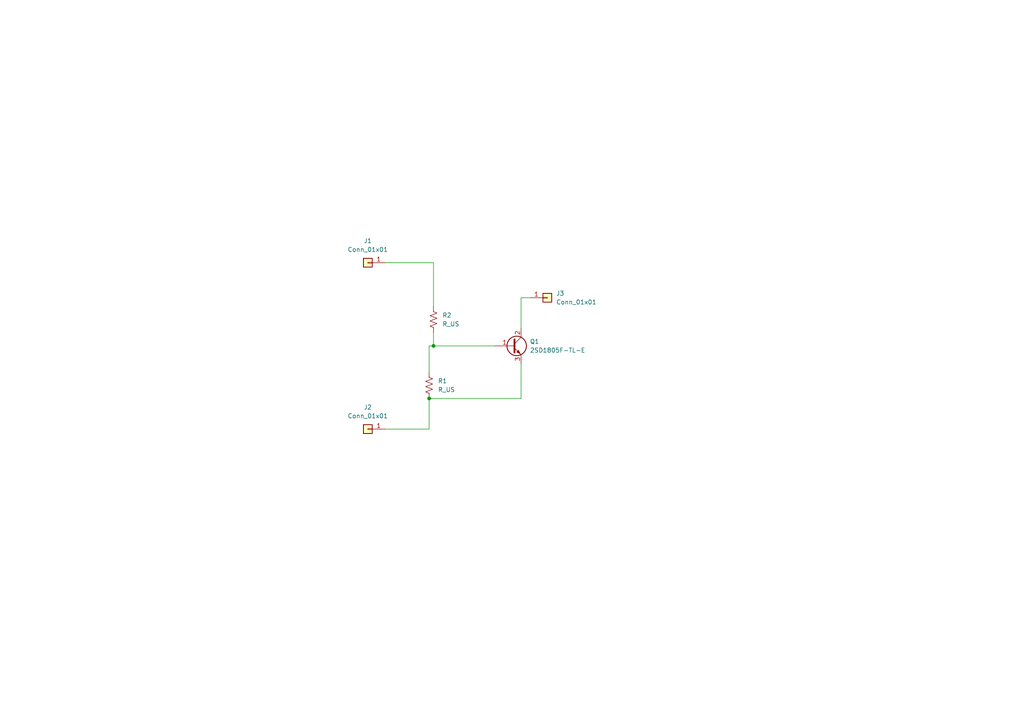
<source format=kicad_sch>
(kicad_sch (version 20211123) (generator eeschema)
  (paper "A4")
  (lib_symbols
    (symbol "Connector_Generic:Conn_01x01" (pin_names (offset 1.016) hide)
      (property "Reference" "J" (at 0 2.54 0))
      (property "Value" "Conn_01x01" (at 0 -2.54 0))
      (symbol "Conn_01x01_1_1"
        (rectangle (start -1.27 0.127) (end 0 -0.127) (stroke (width 0.1524)))
        (rectangle (start -1.27 1.27) (end 1.27 -1.27) (stroke (width 0.254)) (fill (type background)))
        (pin passive line (at -5.08 0 0) (length 3.81) (name "Pin_1") (number "1"))
      )
    )
    (symbol "Device:R_US" (pin_numbers hide) (pin_names (offset 0))
      (property "Reference" "R" (at 2.54 0 90))
      (property "Value" "R_US" (at -2.54 0 90))
      (symbol "R_US_0_1"
        (polyline (pts (xy 0 -2.286) (xy 0 -2.54)))
        (polyline (pts (xy 0 2.286) (xy 0 2.54)))
        (polyline (pts (xy 0 -0.762) (xy 1.016 -1.143) (xy 0 -1.524) (xy -1.016 -1.905) (xy 0 -2.286)))
        (polyline (pts (xy 0 0.762) (xy 1.016 0.381) (xy 0 0) (xy -1.016 -0.381) (xy 0 -0.762)))
        (polyline (pts (xy 0 2.286) (xy 1.016 1.905) (xy 0 1.524) (xy -1.016 1.143) (xy 0 0.762)))
      )
      (symbol "R_US_1_1"
        (pin passive line (at 0 3.81 270) (length 1.27) (name "~") (number "1"))
        (pin passive line (at 0 -3.81 90) (length 1.27) (name "~") (number "2"))
      )
    )
    (symbol "Transistor_BJT:BD909" (pin_names (offset 0) hide)
      (property "Reference" "Q" (at 6.35 1.905 0))
      (property "Value" "BD909" (at 6.35 0 0))
      (symbol "BD909_0_1"
        (polyline (pts (xy 0.635 0.635) (xy 2.54 2.54)))
        (polyline (pts (xy 0.635 -0.635) (xy 2.54 -2.54) (xy 2.54 -2.54)))
        (polyline (pts (xy 0.635 1.905) (xy 0.635 -1.905) (xy 0.635 -1.905)) (stroke (width 0.508)))
        (polyline (pts (xy 1.27 -1.778) (xy 1.778 -1.27) (xy 2.286 -2.286) (xy 1.27 -1.778) (xy 1.27 -1.778)) (fill (type outline)))
        (circle (center 1.27 0) (radius 2.8194) (stroke (width 0.254)))
      )
      (symbol "BD909_1_1"
        (pin input line (at -5.08 0 0) (length 5.715) (name "B") (number "1"))
        (pin passive line (at 2.54 5.08 270) (length 2.54) (name "C") (number "2"))
        (pin passive line (at 2.54 -5.08 90) (length 2.54) (name "E") (number "3"))
      )
    )
  )
  (junction (at 124.46 115.57))
  (junction (at 125.73 100.33))
  (wire (pts (xy 125.73 100.33) (xy 125.73 96.52)))
  (wire (pts (xy 151.13 105.41) (xy 151.13 115.57)))
  (wire (pts (xy 124.46 100.33) (xy 125.73 100.33)))
  (wire (pts (xy 125.73 76.2) (xy 111.76 76.2)))
  (wire (pts (xy 125.73 88.9) (xy 125.73 76.2)))
  (wire (pts (xy 124.46 124.46) (xy 124.46 115.57)))
  (wire (pts (xy 124.46 107.95) (xy 124.46 100.33)))
  (wire (pts (xy 151.13 115.57) (xy 124.46 115.57)))
  (wire (pts (xy 143.51 100.33) (xy 125.73 100.33)))
  (wire (pts (xy 151.13 86.36) (xy 153.67 86.36)))
  (wire (pts (xy 151.13 95.25) (xy 151.13 86.36)))
  (wire (pts (xy 111.76 124.46) (xy 124.46 124.46)))
  (symbol (lib_id "Transistor_BJT:BD909") (at 148.59 100.33 0) (unit 1)
    (property "Reference" "Q1" (at 153.67 99.0599 0) (effects (justify left)))
    (property "Value" "2SD1805F-TL-E" (at 153.67 101.5999 0) (effects (justify left)))
    (property "Footprint" "Package_TO_SOT_SMD:TO-252-3_TabPin2" (effects hide))
    (property "Datasheet" "http://www.st.com/internet/com/TECHNICAL_RESOURCES/TECHNICAL_LITERATURE/DATASHEET/CD00001277.pdf" (effects hide))
  )
  (symbol (lib_id "Connector_Generic:Conn_01x01") (at 106.68 124.46 0) (mirror y) (unit 1)
    (property "Reference" "J2" (at 106.68 118.11 0))
    (property "Value" "Conn_01x01" (at 106.68 120.65 0))
    (property "Footprint" "Connector_PinHeader_2.54mm:PinHeader_1x01_P2.54mm_Vertical" (effects hide))
  )
  (symbol (lib_id "Connector_Generic:Conn_01x01") (at 106.68 76.2 180) (unit 1)
    (property "Reference" "J1" (at 106.68 69.85 0))
    (property "Value" "Conn_01x01" (at 106.68 72.39 0))
    (property "Footprint" "Connector_PinHeader_2.54mm:PinHeader_1x01_P2.54mm_Vertical" (effects hide))
  )
  (symbol (lib_id "Device:R_US") (at 125.73 92.71 0) (unit 1)
    (property "Reference" "R2" (at 128.27 91.4399 0) (effects (justify left)))
    (property "Value" "R_US" (at 128.27 93.9799 0) (effects (justify left)))
    (property "Footprint" "Resistor_SMD:R_1210_3225Metric_Pad1.30x2.65mm_HandSolder" (effects hide))
  )
  (symbol (lib_id "Connector_Generic:Conn_01x01") (at 158.75 86.36 0) (unit 1)
    (property "Reference" "J3" (at 161.29 85.0899 0) (effects (justify left)))
    (property "Value" "Conn_01x01" (at 161.29 87.6299 0) (effects (justify left)))
    (property "Footprint" "Connector_PinHeader_2.54mm:PinHeader_1x01_P2.54mm_Vertical" (effects hide))
  )
  (symbol (lib_id "Device:R_US") (at 124.46 111.76 0) (unit 1)
    (property "Reference" "R1" (at 127 110.4899 0) (effects (justify left)))
    (property "Value" "R_US" (at 127 113.0299 0) (effects (justify left)))
    (property "Footprint" "Resistor_SMD:R_1206_3216Metric_Pad1.30x1.75mm_HandSolder" (effects hide))
  )
)
</source>
